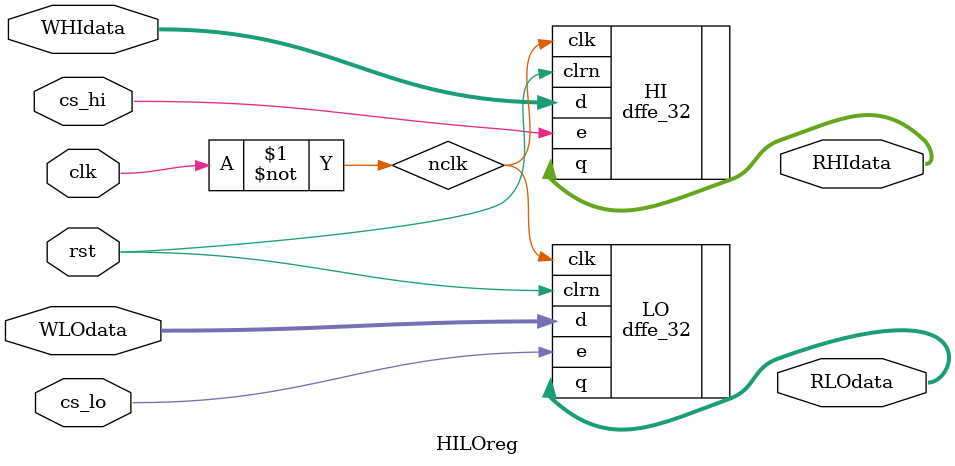
<source format=v>
`timescale 1ns / 1ps

module HILOreg(clk,rst,cs_hi,cs_lo,WHIdata,WLOdata,RHIdata,RLOdata);
    input clk,rst;
    input cs_hi,cs_lo;                  //From WB module CS_HI,CS_LO
    input [31:0] WHIdata,WLOdata;       //WHIData,WLOData From WB module WB_WHI[31:0],WB_WLO[31:0]
    output [31:0] RHIdata,RLOdata;      //to CONFLICT Module
    
    wire nclk;
    assign nclk = ~clk;                 //Ê±ÖÓÏÂ½µÑØÐ´¼Ä´æÆ÷
    
    dffe_32 HI(.d(WHIdata),.clk(nclk),.clrn(rst),.e(cs_hi),.q(RHIdata));  //HI¼Ä´æÆ÷
    dffe_32 LO(.d(WLOdata),.clk(nclk),.clrn(rst),.e(cs_lo),.q(RLOdata));  //LO¼Ä´æÆ÷
endmodule

</source>
